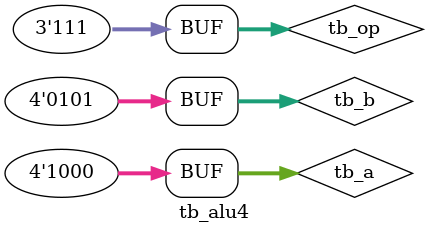
<source format=v>
`timescale 1ns/100ps
module tb_alu4;
	reg[3:0] tb_a,tb_b;
	reg [2:0] tb_op;
	wire [3:0] tb_result;
	wire tb_c,tb_n,tb_z,tb_v;
	
	alu4 U0_alu4(.a(tb_a),.b(tb_b),.op(tb_op),.result(tb_result),
					.c(tb_c),.n(tb_n),.z(tb_z),.v(tb_v));
	initial begin
	tb_a=4'b0000; tb_b=4'b0000; tb_op=3'b000; 		
	#10; tb_a=4'b1100;										// not A
	#10; tb_b=4'b0011;tb_op=3'b001; 						// not B
	#10; tb_a=4'b0101; tb_b=4'b1001; tb_op=3'b010;	// and
	#10; tb_b=4'b1010; tb_op=3'b011;						// or
	#10; tb_a=4'b0011; tb_b=4'b0101; tb_op=3'b100;	// xor
	#10; tb_op=3'b101;										// xnor
	#10; tb_a=4'b1000; tb_op=3'b110;						// sub
	#10; tb_op=3'b111;										// add
	#10;
	end
endmodule
	
</source>
